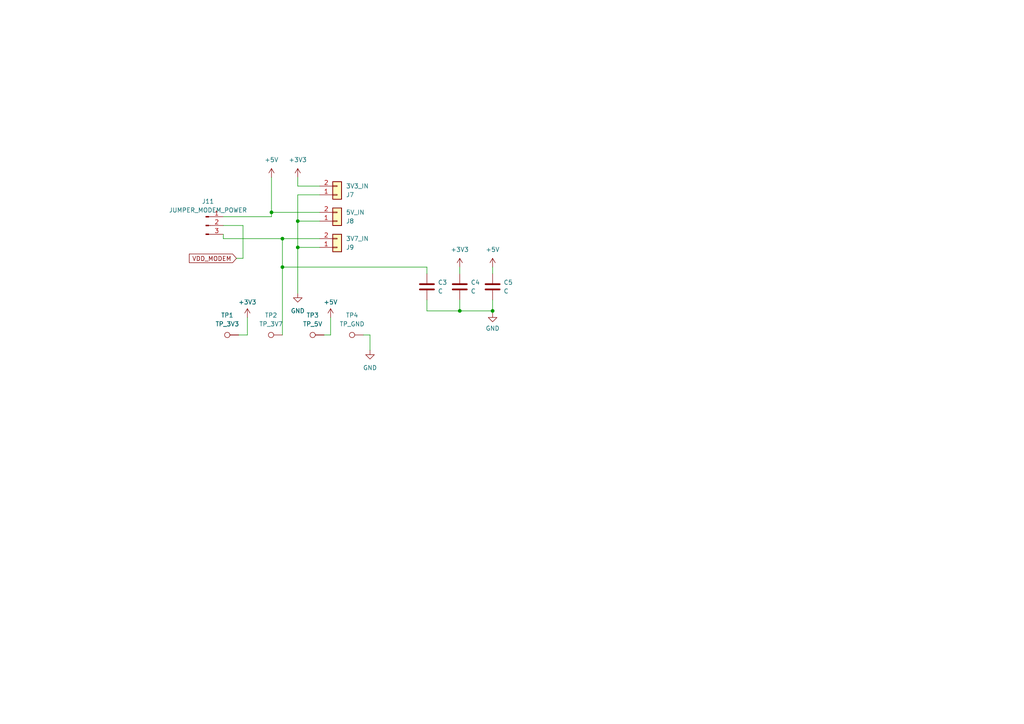
<source format=kicad_sch>
(kicad_sch (version 20230121) (generator eeschema)
  (paper "A4")
  (lib_symbols
    (symbol "Connector:Conn_01x03_Pin" (pin_names (offset 1.016) hide)
      (property "Reference" "J" (at 0 5.08 0))
      (property "Value" "Conn_01x03_Pin" (at 0 -5.08 0))
      (symbol "Conn_01x03_Pin_1_1"
        (polyline (pts (xy 1.27 -2.54) (xy 0.8636 -2.54)) (stroke (width 0.1524)))
        (polyline (pts (xy 1.27 0) (xy 0.8636 0)) (stroke (width 0.1524)))
        (polyline (pts (xy 1.27 2.54) (xy 0.8636 2.54)) (stroke (width 0.1524)))
        (rectangle (start 0.8636 -2.413) (end 0 -2.667) (stroke (width 0.1524)) (fill (type outline)))
        (rectangle (start 0.8636 0.127) (end 0 -0.127) (stroke (width 0.1524)) (fill (type outline)))
        (rectangle (start 0.8636 2.667) (end 0 2.413) (stroke (width 0.1524)) (fill (type outline)))
        (pin passive line (at 5.08 2.54 180) (length 3.81) (name "Pin_1") (number "1"))
        (pin passive line (at 5.08 0 180) (length 3.81) (name "Pin_2") (number "2"))
        (pin passive line (at 5.08 -2.54 180) (length 3.81) (name "Pin_3") (number "3"))
      )
    )
    (symbol "Connector:TestPoint" (pin_numbers hide) (pin_names (offset 0.762) hide)
      (property "Reference" "TP" (at 0 6.858 0))
      (property "Value" "TestPoint" (at 0 5.08 0))
      (symbol "TestPoint_0_1"
        (circle (center 0 3.302) (radius 0.762))
      )
      (symbol "TestPoint_1_1"
        (pin passive line (at 0 0 90) (length 2.54) (name "1") (number "1"))
      )
    )
    (symbol "Connector_Generic:Conn_01x02" (pin_names (offset 1.016) hide)
      (property "Reference" "J" (at 0 2.54 0))
      (property "Value" "Conn_01x02" (at 0 -5.08 0))
      (symbol "Conn_01x02_1_1"
        (rectangle (start -1.27 -2.413) (end 0 -2.667) (stroke (width 0.1524)))
        (rectangle (start -1.27 0.127) (end 0 -0.127) (stroke (width 0.1524)))
        (rectangle (start -1.27 1.27) (end 1.27 -3.81) (stroke (width 0.254)) (fill (type background)))
        (pin passive line (at -5.08 0 0) (length 3.81) (name "Pin_1") (number "1"))
        (pin passive line (at -5.08 -2.54 0) (length 3.81) (name "Pin_2") (number "2"))
      )
    )
    (symbol "Device:C" (pin_numbers hide) (pin_names (offset 0.254))
      (property "Reference" "C" (at 0.635 2.54 0))
      (property "Value" "C" (at 0.635 -2.54 0))
      (symbol "C_0_1"
        (polyline (pts (xy -2.032 -0.762) (xy 2.032 -0.762)) (stroke (width 0.508)))
        (polyline (pts (xy -2.032 0.762) (xy 2.032 0.762)) (stroke (width 0.508)))
      )
      (symbol "C_1_1"
        (pin passive line (at 0 3.81 270) (length 2.794) (name "~") (number "1"))
        (pin passive line (at 0 -3.81 90) (length 2.794) (name "~") (number "2"))
      )
    )
    (symbol "power:+3V3" (power) (pin_names (offset 0))
      (property "Value" "+3V3" (at 0 3.556 0))
      (symbol "+3V3_0_1"
        (polyline (pts (xy -0.762 1.27) (xy 0 2.54)))
        (polyline (pts (xy 0 0) (xy 0 2.54)))
        (polyline (pts (xy 0 2.54) (xy 0.762 1.27)))
      )
      (symbol "+3V3_1_1"
        (pin power_in line (at 0 0 90) (length 0) hide (name "+3V3") (number "1"))
      )
    )
    (symbol "power:+5V" (power) (pin_names (offset 0))
      (property "Value" "+5V" (at 0 3.556 0))
      (symbol "+5V_0_1"
        (polyline (pts (xy -0.762 1.27) (xy 0 2.54)))
        (polyline (pts (xy 0 0) (xy 0 2.54)))
        (polyline (pts (xy 0 2.54) (xy 0.762 1.27)))
      )
      (symbol "+5V_1_1"
        (pin power_in line (at 0 0 90) (length 0) hide (name "+5V") (number "1"))
      )
    )
    (symbol "power:GND" (power) (pin_names (offset 0))
      (property "Value" "GND" (at 0 -3.81 0))
      (symbol "GND_0_1"
        (polyline (pts (xy 0 0) (xy 0 -1.27) (xy 1.27 -1.27) (xy 0 -2.54) (xy -1.27 -1.27) (xy 0 -1.27)))
      )
      (symbol "GND_1_1"
        (pin power_in line (at 0 0 270) (length 0) hide (name "GND") (number "1"))
      )
    )
  )
  (junction (at 142.875 90.17))
  (junction (at 86.36 71.755))
  (junction (at 81.915 69.215))
  (junction (at 81.915 77.47))
  (junction (at 133.35 90.17))
  (junction (at 78.74 61.595))
  (junction (at 86.36 64.135))
  (wire (pts (xy 92.71 56.515) (xy 86.36 56.515)))
  (wire (pts (xy 64.77 65.405) (xy 70.485 65.405)))
  (wire (pts (xy 81.915 69.215) (xy 92.71 69.215)))
  (wire (pts (xy 86.36 64.135) (xy 86.36 71.755)))
  (wire (pts (xy 64.77 69.215) (xy 81.915 69.215)))
  (wire (pts (xy 107.315 101.6) (xy 107.315 97.155)))
  (wire (pts (xy 92.71 71.755) (xy 86.36 71.755)))
  (wire (pts (xy 92.71 61.595) (xy 78.74 61.595)))
  (wire (pts (xy 78.74 61.595) (xy 78.74 51.435)))
  (wire (pts (xy 81.915 97.155) (xy 81.915 77.47)))
  (wire (pts (xy 95.885 97.155) (xy 95.885 92.075)))
  (wire (pts (xy 70.485 74.93) (xy 68.58 74.93)))
  (wire (pts (xy 69.215 97.155) (xy 71.755 97.155)))
  (wire (pts (xy 142.875 86.995) (xy 142.875 90.17)))
  (wire (pts (xy 71.755 97.155) (xy 71.755 92.075)))
  (wire (pts (xy 107.315 97.155) (xy 105.41 97.155)))
  (wire (pts (xy 92.71 64.135) (xy 86.36 64.135)))
  (wire (pts (xy 123.825 86.995) (xy 123.825 90.17)))
  (wire (pts (xy 133.35 86.995) (xy 133.35 90.17)))
  (wire (pts (xy 81.915 77.47) (xy 123.825 77.47)))
  (wire (pts (xy 86.36 56.515) (xy 86.36 64.135)))
  (wire (pts (xy 86.36 53.975) (xy 86.36 51.435)))
  (wire (pts (xy 133.35 90.17) (xy 123.825 90.17)))
  (wire (pts (xy 64.77 69.215) (xy 64.77 67.945)))
  (wire (pts (xy 142.875 90.805) (xy 142.875 90.17)))
  (wire (pts (xy 142.875 77.47) (xy 142.875 79.375)))
  (wire (pts (xy 92.71 53.975) (xy 86.36 53.975)))
  (wire (pts (xy 142.875 90.17) (xy 133.35 90.17)))
  (wire (pts (xy 123.825 77.47) (xy 123.825 79.375)))
  (wire (pts (xy 78.74 61.595) (xy 78.74 62.865)))
  (wire (pts (xy 70.485 65.405) (xy 70.485 74.93)))
  (wire (pts (xy 81.915 77.47) (xy 81.915 69.215)))
  (wire (pts (xy 93.98 97.155) (xy 95.885 97.155)))
  (wire (pts (xy 133.35 77.47) (xy 133.35 79.375)))
  (wire (pts (xy 86.36 71.755) (xy 86.36 85.09)))
  (wire (pts (xy 64.77 62.865) (xy 78.74 62.865)))
  (global_label "VDD_MODEM" (shape input) (at 68.58 74.93 180) (property "Intersheetrefs" "${INTERSHEET_REFS}" (effects hide)))
  (symbol (lib_id "Connector_Generic:Conn_01x02") (at 97.79 56.515 0) (mirror x) (unit 1)
    (property "Reference" "J7" (at 100.33 56.515 0) (effects (justify left)))
    (property "Value" "3V3_IN" (at 100.33 53.975 0) (effects (justify left)))
    (property "Footprint" "Connector_JST:JST_PH_B2B-PH-K_1x02_P2.00mm_Vertical" (effects hide))
  )
  (symbol (lib_id "Connector:TestPoint") (at 93.98 97.155 90) (unit 1)
    (property "Reference" "TP3" (at 90.678 91.44 90))
    (property "Value" "TP_5V" (at 90.678 93.98 90))
    (property "Footprint" "TestPoint:TestPoint_Pad_2.5x2.5mm" (effects hide))
  )
  (symbol (lib_id "Device:C") (at 123.825 83.185 0) (unit 1)
    (property "Reference" "C3" (at 127 81.915 0) (effects (justify left)))
    (property "Value" "C" (at 127 84.455 0) (effects (justify left)))
    (property "Footprint" "Capacitor_SMD:C_1210_3225Metric_Pad1.33x2.70mm_HandSolder" (effects hide))
  )
  (symbol (lib_id "power:GND") (at 107.315 101.6 0) (unit 1)
    (property "Reference" "#PWR027" (effects hide))
    (property "Value" "GND" (at 107.315 106.68 0))
  )
  (symbol (lib_id "power:GND") (at 86.36 85.09 0) (unit 1)
    (property "Reference" "#PWR020" (effects hide))
    (property "Value" "GND" (at 86.36 90.17 0))
  )
  (symbol (lib_id "Connector:Conn_01x03_Pin") (at 59.69 65.405 0) (unit 1)
    (property "Reference" "J11" (at 60.325 58.42 0))
    (property "Value" "JUMPER_MODEM_POWER" (at 60.325 60.96 0))
    (property "Footprint" "Connector_PinHeader_2.54mm:PinHeader_1x03_P2.54mm_Vertical" (effects hide))
  )
  (symbol (lib_id "power:+5V") (at 142.875 77.47 0) (unit 1)
    (property "Reference" "#PWR031" (effects hide))
    (property "Value" "+5V" (at 142.875 72.39 0))
  )
  (symbol (lib_id "Connector:TestPoint") (at 69.215 97.155 90) (unit 1)
    (property "Reference" "TP1" (at 65.913 91.44 90))
    (property "Value" "TP_3V3" (at 65.913 93.98 90))
    (property "Footprint" "TestPoint:TestPoint_Pad_2.5x2.5mm" (effects hide))
  )
  (symbol (lib_id "power:GND") (at 142.875 90.805 0) (unit 1)
    (property "Reference" "#PWR032" (effects hide))
    (property "Value" "GND" (at 142.875 95.25 0))
  )
  (symbol (lib_id "Device:C") (at 133.35 83.185 0) (unit 1)
    (property "Reference" "C4" (at 136.525 81.915 0) (effects (justify left)))
    (property "Value" "C" (at 136.525 84.455 0) (effects (justify left)))
    (property "Footprint" "Capacitor_SMD:C_1210_3225Metric_Pad1.33x2.70mm_HandSolder" (effects hide))
  )
  (symbol (lib_id "Connector:TestPoint") (at 105.41 97.155 90) (unit 1)
    (property "Reference" "TP4" (at 102.108 91.44 90))
    (property "Value" "TP_GND" (at 102.108 93.98 90))
    (property "Footprint" "TestPoint:TestPoint_Pad_2.5x2.5mm" (effects hide))
  )
  (symbol (lib_id "power:+5V") (at 78.74 51.435 0) (unit 1)
    (property "Reference" "#PWR022" (effects hide))
    (property "Value" "+5V" (at 78.74 46.355 0))
  )
  (symbol (lib_id "power:+5V") (at 95.885 92.075 0) (unit 1)
    (property "Reference" "#PWR025" (effects hide))
    (property "Value" "+5V" (at 95.885 87.63 0))
  )
  (symbol (lib_id "power:+3V3") (at 133.35 77.47 0) (unit 1)
    (property "Reference" "#PWR030" (effects hide))
    (property "Value" "+3V3" (at 133.35 72.39 0))
  )
  (symbol (lib_id "power:+3V3") (at 86.36 51.435 0) (unit 1)
    (property "Reference" "#PWR021" (effects hide))
    (property "Value" "+3V3" (at 86.36 46.355 0))
  )
  (symbol (lib_id "Device:C") (at 142.875 83.185 0) (unit 1)
    (property "Reference" "C5" (at 146.05 81.915 0) (effects (justify left)))
    (property "Value" "C" (at 146.05 84.455 0) (effects (justify left)))
    (property "Footprint" "Capacitor_SMD:C_1210_3225Metric_Pad1.33x2.70mm_HandSolder" (effects hide))
  )
  (symbol (lib_id "Connector_Generic:Conn_01x02") (at 97.79 71.755 0) (mirror x) (unit 1)
    (property "Reference" "J9" (at 100.33 71.755 0) (effects (justify left)))
    (property "Value" "3V7_IN" (at 100.33 69.215 0) (effects (justify left)))
    (property "Footprint" "Connector_JST:JST_PH_B2B-PH-K_1x02_P2.00mm_Vertical" (effects hide))
  )
  (symbol (lib_id "Connector:TestPoint") (at 81.915 97.155 90) (unit 1)
    (property "Reference" "TP2" (at 78.613 91.44 90))
    (property "Value" "TP_3V7" (at 78.613 93.98 90))
    (property "Footprint" "TestPoint:TestPoint_Pad_2.5x2.5mm" (effects hide))
  )
  (symbol (lib_id "Connector_Generic:Conn_01x02") (at 97.79 64.135 0) (mirror x) (unit 1)
    (property "Reference" "J8" (at 100.33 64.135 0) (effects (justify left)))
    (property "Value" "5V_IN" (at 100.33 61.595 0) (effects (justify left)))
    (property "Footprint" "Connector_JST:JST_PH_B2B-PH-K_1x02_P2.00mm_Vertical" (effects hide))
  )
  (symbol (lib_id "power:+3V3") (at 71.755 92.075 0) (unit 1)
    (property "Reference" "#PWR026" (effects hide))
    (property "Value" "+3V3" (at 71.755 87.63 0))
  )
)
</source>
